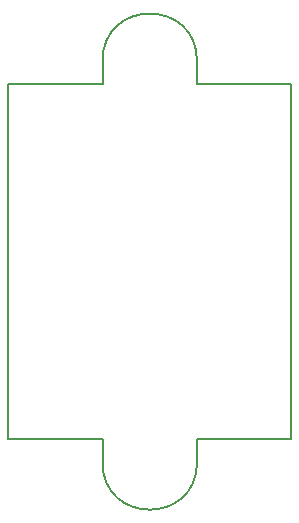
<source format=gm1>
%TF.GenerationSoftware,KiCad,Pcbnew,4.0.7*%
%TF.CreationDate,2018-06-20T04:11:10+02:00*%
%TF.ProjectId,RFID_BOARD_EM4095,524649445F424F4152445F454D343039,rev?*%
%TF.FileFunction,Profile,NP*%
%FSLAX46Y46*%
G04 Gerber Fmt 4.6, Leading zero omitted, Abs format (unit mm)*
G04 Created by KiCad (PCBNEW 4.0.7) date 2018 June 20, Wednesday 04:11:10*
%MOMM*%
%LPD*%
G01*
G04 APERTURE LIST*
%ADD10C,0.100000*%
%ADD11C,0.150000*%
G04 APERTURE END LIST*
D10*
D11*
X161000000Y-94500000D02*
X161000000Y-96500000D01*
X161000000Y-94500000D02*
G75*
G03X153000000Y-94500000I-4000000J0D01*
G01*
X153000000Y-94500000D02*
X153000000Y-96500000D01*
X153000000Y-128500000D02*
G75*
G03X161000000Y-128500000I4000000J0D01*
G01*
X169000000Y-96500000D02*
X161000000Y-96500000D01*
X161000000Y-126500000D02*
X169000000Y-126500000D01*
X161000000Y-128500000D02*
X161000000Y-126500000D01*
X153000000Y-128500000D02*
X153000000Y-126500000D01*
X145000000Y-96500000D02*
X145000000Y-126500000D01*
X153000000Y-96500000D02*
X145000000Y-96500000D01*
X169000000Y-126500000D02*
X169000000Y-96500000D01*
X145000000Y-126500000D02*
X153000000Y-126500000D01*
M02*

</source>
